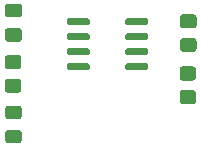
<source format=gbr>
%TF.GenerationSoftware,KiCad,Pcbnew,(5.1.7)-1*%
%TF.CreationDate,2021-01-08T18:54:40-03:00*%
%TF.ProjectId,GettingToBlinky5.0,47657474-696e-4675-946f-426c696e6b79,rev?*%
%TF.SameCoordinates,Original*%
%TF.FileFunction,Soldermask,Top*%
%TF.FilePolarity,Negative*%
%FSLAX46Y46*%
G04 Gerber Fmt 4.6, Leading zero omitted, Abs format (unit mm)*
G04 Created by KiCad (PCBNEW (5.1.7)-1) date 2021-01-08 18:54:40*
%MOMM*%
%LPD*%
G01*
G04 APERTURE LIST*
G04 APERTURE END LIST*
%TO.C,U1*%
G36*
G01*
X137999600Y-93164800D02*
X137999600Y-92864800D01*
G75*
G02*
X138149600Y-92714800I150000J0D01*
G01*
X139799600Y-92714800D01*
G75*
G02*
X139949600Y-92864800I0J-150000D01*
G01*
X139949600Y-93164800D01*
G75*
G02*
X139799600Y-93314800I-150000J0D01*
G01*
X138149600Y-93314800D01*
G75*
G02*
X137999600Y-93164800I0J150000D01*
G01*
G37*
G36*
G01*
X137999600Y-94434800D02*
X137999600Y-94134800D01*
G75*
G02*
X138149600Y-93984800I150000J0D01*
G01*
X139799600Y-93984800D01*
G75*
G02*
X139949600Y-94134800I0J-150000D01*
G01*
X139949600Y-94434800D01*
G75*
G02*
X139799600Y-94584800I-150000J0D01*
G01*
X138149600Y-94584800D01*
G75*
G02*
X137999600Y-94434800I0J150000D01*
G01*
G37*
G36*
G01*
X137999600Y-95704800D02*
X137999600Y-95404800D01*
G75*
G02*
X138149600Y-95254800I150000J0D01*
G01*
X139799600Y-95254800D01*
G75*
G02*
X139949600Y-95404800I0J-150000D01*
G01*
X139949600Y-95704800D01*
G75*
G02*
X139799600Y-95854800I-150000J0D01*
G01*
X138149600Y-95854800D01*
G75*
G02*
X137999600Y-95704800I0J150000D01*
G01*
G37*
G36*
G01*
X137999600Y-96974800D02*
X137999600Y-96674800D01*
G75*
G02*
X138149600Y-96524800I150000J0D01*
G01*
X139799600Y-96524800D01*
G75*
G02*
X139949600Y-96674800I0J-150000D01*
G01*
X139949600Y-96974800D01*
G75*
G02*
X139799600Y-97124800I-150000J0D01*
G01*
X138149600Y-97124800D01*
G75*
G02*
X137999600Y-96974800I0J150000D01*
G01*
G37*
G36*
G01*
X133049600Y-96974800D02*
X133049600Y-96674800D01*
G75*
G02*
X133199600Y-96524800I150000J0D01*
G01*
X134849600Y-96524800D01*
G75*
G02*
X134999600Y-96674800I0J-150000D01*
G01*
X134999600Y-96974800D01*
G75*
G02*
X134849600Y-97124800I-150000J0D01*
G01*
X133199600Y-97124800D01*
G75*
G02*
X133049600Y-96974800I0J150000D01*
G01*
G37*
G36*
G01*
X133049600Y-95704800D02*
X133049600Y-95404800D01*
G75*
G02*
X133199600Y-95254800I150000J0D01*
G01*
X134849600Y-95254800D01*
G75*
G02*
X134999600Y-95404800I0J-150000D01*
G01*
X134999600Y-95704800D01*
G75*
G02*
X134849600Y-95854800I-150000J0D01*
G01*
X133199600Y-95854800D01*
G75*
G02*
X133049600Y-95704800I0J150000D01*
G01*
G37*
G36*
G01*
X133049600Y-94434800D02*
X133049600Y-94134800D01*
G75*
G02*
X133199600Y-93984800I150000J0D01*
G01*
X134849600Y-93984800D01*
G75*
G02*
X134999600Y-94134800I0J-150000D01*
G01*
X134999600Y-94434800D01*
G75*
G02*
X134849600Y-94584800I-150000J0D01*
G01*
X133199600Y-94584800D01*
G75*
G02*
X133049600Y-94434800I0J150000D01*
G01*
G37*
G36*
G01*
X133049600Y-93164800D02*
X133049600Y-92864800D01*
G75*
G02*
X133199600Y-92714800I150000J0D01*
G01*
X134849600Y-92714800D01*
G75*
G02*
X134999600Y-92864800I0J-150000D01*
G01*
X134999600Y-93164800D01*
G75*
G02*
X134849600Y-93314800I-150000J0D01*
G01*
X133199600Y-93314800D01*
G75*
G02*
X133049600Y-93164800I0J150000D01*
G01*
G37*
%TD*%
%TO.C,R3*%
G36*
G01*
X128054399Y-97834400D02*
X128954401Y-97834400D01*
G75*
G02*
X129204400Y-98084399I0J-249999D01*
G01*
X129204400Y-98784401D01*
G75*
G02*
X128954401Y-99034400I-249999J0D01*
G01*
X128054399Y-99034400D01*
G75*
G02*
X127804400Y-98784401I0J249999D01*
G01*
X127804400Y-98084399D01*
G75*
G02*
X128054399Y-97834400I249999J0D01*
G01*
G37*
G36*
G01*
X128054399Y-95834400D02*
X128954401Y-95834400D01*
G75*
G02*
X129204400Y-96084399I0J-249999D01*
G01*
X129204400Y-96784401D01*
G75*
G02*
X128954401Y-97034400I-249999J0D01*
G01*
X128054399Y-97034400D01*
G75*
G02*
X127804400Y-96784401I0J249999D01*
G01*
X127804400Y-96084399D01*
G75*
G02*
X128054399Y-95834400I249999J0D01*
G01*
G37*
%TD*%
%TO.C,R2*%
G36*
G01*
X142849999Y-98800000D02*
X143750001Y-98800000D01*
G75*
G02*
X144000000Y-99049999I0J-249999D01*
G01*
X144000000Y-99750001D01*
G75*
G02*
X143750001Y-100000000I-249999J0D01*
G01*
X142849999Y-100000000D01*
G75*
G02*
X142600000Y-99750001I0J249999D01*
G01*
X142600000Y-99049999D01*
G75*
G02*
X142849999Y-98800000I249999J0D01*
G01*
G37*
G36*
G01*
X142849999Y-96800000D02*
X143750001Y-96800000D01*
G75*
G02*
X144000000Y-97049999I0J-249999D01*
G01*
X144000000Y-97750001D01*
G75*
G02*
X143750001Y-98000000I-249999J0D01*
G01*
X142849999Y-98000000D01*
G75*
G02*
X142600000Y-97750001I0J249999D01*
G01*
X142600000Y-97049999D01*
G75*
G02*
X142849999Y-96800000I249999J0D01*
G01*
G37*
%TD*%
%TO.C,R1*%
G36*
G01*
X142894899Y-94386200D02*
X143794901Y-94386200D01*
G75*
G02*
X144044900Y-94636199I0J-249999D01*
G01*
X144044900Y-95336201D01*
G75*
G02*
X143794901Y-95586200I-249999J0D01*
G01*
X142894899Y-95586200D01*
G75*
G02*
X142644900Y-95336201I0J249999D01*
G01*
X142644900Y-94636199D01*
G75*
G02*
X142894899Y-94386200I249999J0D01*
G01*
G37*
G36*
G01*
X142894899Y-92386200D02*
X143794901Y-92386200D01*
G75*
G02*
X144044900Y-92636199I0J-249999D01*
G01*
X144044900Y-93336201D01*
G75*
G02*
X143794901Y-93586200I-249999J0D01*
G01*
X142894899Y-93586200D01*
G75*
G02*
X142644900Y-93336201I0J249999D01*
G01*
X142644900Y-92636199D01*
G75*
G02*
X142894899Y-92386200I249999J0D01*
G01*
G37*
%TD*%
%TO.C,D1*%
G36*
G01*
X128999401Y-101277000D02*
X128099399Y-101277000D01*
G75*
G02*
X127849400Y-101027001I0J249999D01*
G01*
X127849400Y-100376999D01*
G75*
G02*
X128099399Y-100127000I249999J0D01*
G01*
X128999401Y-100127000D01*
G75*
G02*
X129249400Y-100376999I0J-249999D01*
G01*
X129249400Y-101027001D01*
G75*
G02*
X128999401Y-101277000I-249999J0D01*
G01*
G37*
G36*
G01*
X128999401Y-103327000D02*
X128099399Y-103327000D01*
G75*
G02*
X127849400Y-103077001I0J249999D01*
G01*
X127849400Y-102426999D01*
G75*
G02*
X128099399Y-102177000I249999J0D01*
G01*
X128999401Y-102177000D01*
G75*
G02*
X129249400Y-102426999I0J-249999D01*
G01*
X129249400Y-103077001D01*
G75*
G02*
X128999401Y-103327000I-249999J0D01*
G01*
G37*
%TD*%
%TO.C,C1*%
G36*
G01*
X129009400Y-92650000D02*
X128059400Y-92650000D01*
G75*
G02*
X127809400Y-92400000I0J250000D01*
G01*
X127809400Y-91725000D01*
G75*
G02*
X128059400Y-91475000I250000J0D01*
G01*
X129009400Y-91475000D01*
G75*
G02*
X129259400Y-91725000I0J-250000D01*
G01*
X129259400Y-92400000D01*
G75*
G02*
X129009400Y-92650000I-250000J0D01*
G01*
G37*
G36*
G01*
X129009400Y-94725000D02*
X128059400Y-94725000D01*
G75*
G02*
X127809400Y-94475000I0J250000D01*
G01*
X127809400Y-93800000D01*
G75*
G02*
X128059400Y-93550000I250000J0D01*
G01*
X129009400Y-93550000D01*
G75*
G02*
X129259400Y-93800000I0J-250000D01*
G01*
X129259400Y-94475000D01*
G75*
G02*
X129009400Y-94725000I-250000J0D01*
G01*
G37*
%TD*%
M02*

</source>
